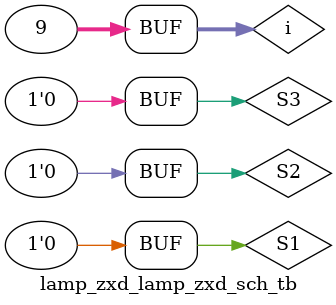
<source format=v>

`timescale 1ns / 1ps

module lamp_zxd_lamp_zxd_sch_tb();

// Inputs
   reg S1;
   reg S2;
   reg S3;

// Output
   wire F;

// Bidirs

// Instantiate the UUT
   lamp_zxd UUT (
		.S1(S1), 
		.S2(S2), 
		.S3(S3), 
		.F(F)
   );
// Initialize Inputs
  //   `ifdef auto_init
integer i;
	initial begin
		for(i=0;i<=8;i=i+1)begin
			{S3,S2,S1} <= i;
			#50;
		end
	end

//  `endif

endmodule

</source>
